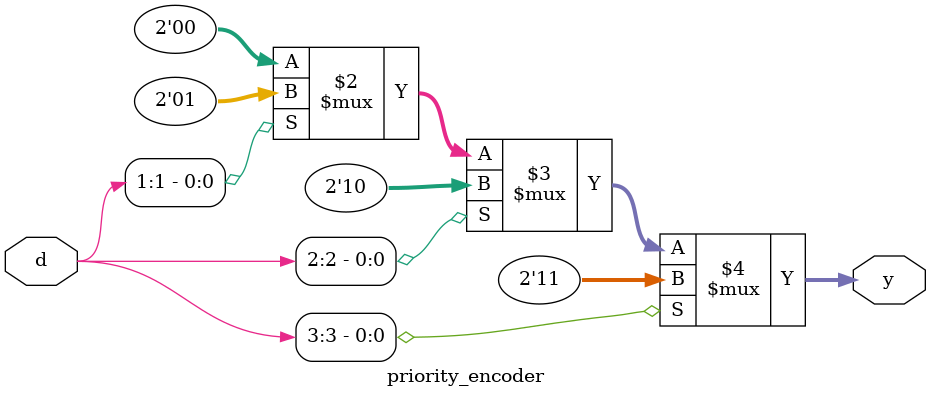
<source format=v>
module priority_encoder(input[3:0]d , output [1:0]y);
assign  y = d[3]? 2'b11 :
           d[2]? 2'b10 :
           d[1]? 2'b01 :
           d[0]? 2'b00 :
	   2'b00;

endmodule


</source>
